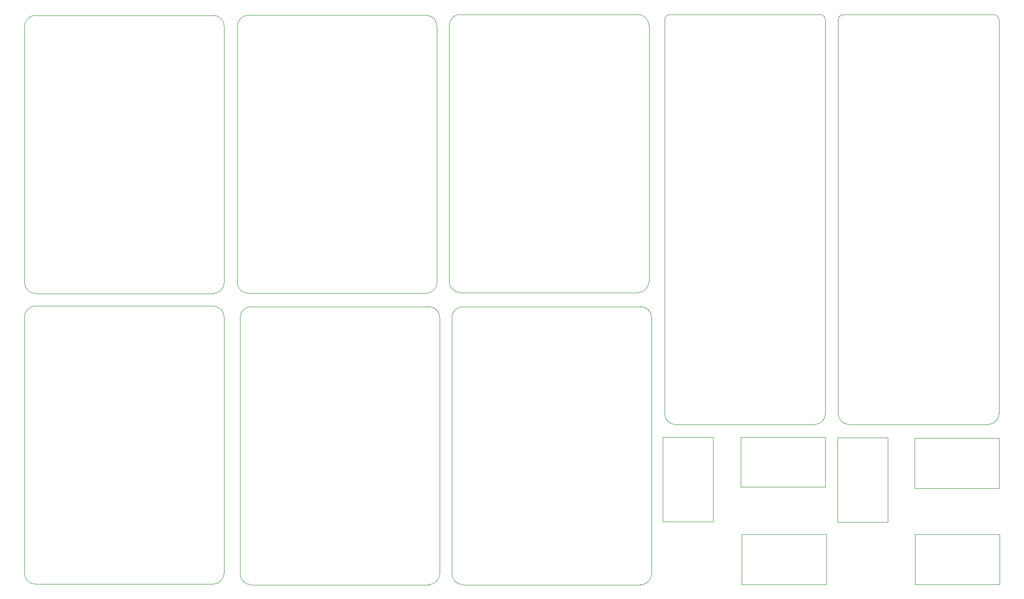
<source format=gbr>
%TF.GenerationSoftware,KiCad,Pcbnew,8.0.5*%
%TF.CreationDate,2025-01-24T10:40:51+05:30*%
%TF.ProjectId,racer_panelizatio_version2_,72616365-725f-4706-916e-656c697a6174,rev?*%
%TF.SameCoordinates,Original*%
%TF.FileFunction,Other,User*%
%FSLAX46Y46*%
G04 Gerber Fmt 4.6, Leading zero omitted, Abs format (unit mm)*
G04 Created by KiCad (PCBNEW 8.0.5) date 2025-01-24 10:40:51*
%MOMM*%
%LPD*%
G01*
G04 APERTURE LIST*
%ADD10C,0.100000*%
%ADD11C,0.000254*%
%ADD12C,0.050000*%
G04 APERTURE END LIST*
D10*
X176100000Y-112274000D02*
G75*
G02*
X174100000Y-110274000I0J2000000D01*
G01*
D11*
X140486114Y-139192000D02*
X140486114Y-92990000D01*
D10*
X176100000Y-112274000D02*
X201100000Y-112274000D01*
D12*
X203196800Y-132058600D02*
X187956800Y-132058600D01*
X174023600Y-129847500D02*
X181796000Y-129847500D01*
D11*
X27424000Y-92884599D02*
G75*
G02*
X29423999Y-90884600I2000000J-1D01*
G01*
X29423998Y-141086600D02*
G75*
G02*
X27424000Y-139086602I2J2000000D01*
G01*
X61424000Y-90884600D02*
G75*
G02*
X63424000Y-92884600I0J-2000000D01*
G01*
D10*
X144822500Y-112274000D02*
X169822500Y-112274000D01*
D11*
X66295314Y-92989999D02*
G75*
G02*
X68295313Y-90990014I1999986J-1D01*
G01*
X29454598Y-88610600D02*
G75*
G02*
X27454600Y-86610602I2J2000000D01*
G01*
X101805400Y-86598600D02*
X101805400Y-40396600D01*
X105996198Y-88447000D02*
X137996200Y-88447000D01*
D10*
X144822500Y-112274000D02*
G75*
G02*
X142822500Y-110274000I0J2000000D01*
G01*
D12*
X156556500Y-114523600D02*
X156556500Y-122296000D01*
D11*
X63454600Y-86610600D02*
G75*
G02*
X61454600Y-88610600I-2000000J0D01*
G01*
D12*
X187956800Y-139831000D02*
X187956800Y-141101000D01*
X203096800Y-114758600D02*
X187856800Y-114758600D01*
D11*
X29454598Y-88610600D02*
X61454600Y-88610600D01*
D10*
X171822500Y-110274000D02*
X171822500Y-39274000D01*
D11*
X137996200Y-38245000D02*
G75*
G02*
X139996200Y-40245000I0J-2000000D01*
G01*
X99805400Y-38396600D02*
X67805399Y-38396600D01*
X102295314Y-139192000D02*
X102295314Y-92990000D01*
D12*
X156685800Y-141101000D02*
X171925800Y-141101000D01*
D10*
X174100000Y-39274000D02*
X174100000Y-110274000D01*
D12*
X171796500Y-114523600D02*
X156556500Y-114523600D01*
D10*
X171822500Y-110274000D02*
G75*
G02*
X169822500Y-112274000I-2000000J0D01*
G01*
D12*
X187856800Y-123801000D02*
X203096800Y-123801000D01*
X156556500Y-123566000D02*
X171796500Y-123566000D01*
D11*
X140486114Y-139192000D02*
G75*
G02*
X138486114Y-141192014I-2000014J0D01*
G01*
D10*
X142822500Y-39274000D02*
X142822500Y-110274000D01*
D12*
X151539800Y-114574000D02*
X142497400Y-114574000D01*
D10*
X170822500Y-38274000D02*
G75*
G02*
X171822500Y-39274000I0J-1000000D01*
G01*
D11*
X27424000Y-92884599D02*
X27424000Y-139086602D01*
D12*
X187956800Y-132058600D02*
X187956800Y-139831000D01*
D11*
X138486114Y-90990000D02*
G75*
G02*
X140486100Y-92990000I-14J-2000000D01*
G01*
X27454600Y-40408599D02*
G75*
G02*
X29454599Y-38408600I2000000J-1D01*
G01*
X61454600Y-38408600D02*
G75*
G02*
X63454600Y-40408600I0J-2000000D01*
G01*
D12*
X203096800Y-123801000D02*
X203096800Y-114758600D01*
D11*
X138486114Y-90990000D02*
X106486113Y-90990000D01*
D12*
X150269800Y-129814000D02*
X151539800Y-129814000D01*
D11*
X103996200Y-40244999D02*
G75*
G02*
X105996199Y-38245000I2000000J-1D01*
G01*
D12*
X156685800Y-139831000D02*
X156685800Y-141101000D01*
X142497400Y-129814000D02*
X150269800Y-129814000D01*
D11*
X67805398Y-88598600D02*
X99805400Y-88598600D01*
X67805398Y-88598600D02*
G75*
G02*
X65805400Y-86598602I2J2000000D01*
G01*
X106486112Y-141192000D02*
X138486114Y-141192000D01*
D12*
X156556500Y-122296000D02*
X156556500Y-123566000D01*
D11*
X137996200Y-38245000D02*
X105996199Y-38245000D01*
X102295314Y-139192000D02*
G75*
G02*
X100295314Y-141192014I-2000014J0D01*
G01*
D10*
X202100000Y-38274000D02*
G75*
G02*
X203100000Y-39274000I0J-1000000D01*
G01*
D12*
X203196800Y-141101000D02*
X203196800Y-132058600D01*
D11*
X100295314Y-90990000D02*
G75*
G02*
X102295300Y-92990000I-14J-2000000D01*
G01*
X63454600Y-86610600D02*
X63454600Y-40408600D01*
X63424000Y-139086600D02*
X63424000Y-92884600D01*
X63424000Y-139086600D02*
G75*
G02*
X61424000Y-141086600I-2000000J0D01*
G01*
D10*
X170822500Y-38274000D02*
X143822500Y-38274000D01*
D11*
X139996200Y-86447000D02*
G75*
G02*
X137996200Y-88447000I-2000000J0D01*
G01*
X103996200Y-40244999D02*
X103996200Y-86447002D01*
D12*
X174023600Y-114607500D02*
X174023600Y-129847500D01*
D11*
X65805400Y-40396599D02*
X65805400Y-86598602D01*
X68295312Y-141192000D02*
G75*
G02*
X66295300Y-139192002I-12J2000000D01*
G01*
D12*
X187856800Y-122531000D02*
X187856800Y-123801000D01*
X156685800Y-132058600D02*
X156685800Y-139831000D01*
D11*
X27454600Y-40408599D02*
X27454600Y-86610602D01*
X66295314Y-92989999D02*
X66295314Y-139192002D01*
X104486114Y-92989999D02*
G75*
G02*
X106486113Y-90990014I1999986J-1D01*
G01*
D12*
X142497400Y-114574000D02*
X142497400Y-129814000D01*
X171925800Y-141101000D02*
X171925800Y-132058600D01*
X183066000Y-129847500D02*
X183066000Y-114607500D01*
D11*
X61454600Y-38408600D02*
X29454599Y-38408600D01*
X99805400Y-38396600D02*
G75*
G02*
X101805400Y-40396600I0J-2000000D01*
G01*
D12*
X187956800Y-141101000D02*
X203196800Y-141101000D01*
D11*
X61424000Y-90884600D02*
X29423999Y-90884600D01*
D12*
X151539800Y-129814000D02*
X151539800Y-114574000D01*
X181796000Y-129847500D02*
X183066000Y-129847500D01*
D11*
X65805400Y-40396599D02*
G75*
G02*
X67805399Y-38396600I2000000J-1D01*
G01*
D12*
X183066000Y-114607500D02*
X174023600Y-114607500D01*
D10*
X174100000Y-39274000D02*
G75*
G02*
X175100000Y-38274000I1000000J0D01*
G01*
X202100000Y-38274000D02*
X175100000Y-38274000D01*
D11*
X139996200Y-86447000D02*
X139996200Y-40245000D01*
X105996198Y-88447000D02*
G75*
G02*
X103996200Y-86447002I2J2000000D01*
G01*
X100295314Y-90990000D02*
X68295313Y-90990000D01*
X101805400Y-86598600D02*
G75*
G02*
X99805400Y-88598600I-2000000J0D01*
G01*
D10*
X203100000Y-110274000D02*
G75*
G02*
X201100000Y-112274000I-2000000J0D01*
G01*
D12*
X171796500Y-123566000D02*
X171796500Y-114523600D01*
D11*
X29423998Y-141086600D02*
X61424000Y-141086600D01*
D12*
X187856800Y-114758600D02*
X187856800Y-122531000D01*
D11*
X106486112Y-141192000D02*
G75*
G02*
X104486100Y-139192002I-12J2000000D01*
G01*
D10*
X203100000Y-110274000D02*
X203100000Y-39274000D01*
D11*
X104486114Y-92989999D02*
X104486114Y-139192002D01*
D12*
X171925800Y-132058600D02*
X156685800Y-132058600D01*
D10*
X142822500Y-39274000D02*
G75*
G02*
X143822500Y-38274000I1000000J0D01*
G01*
D11*
X68295312Y-141192000D02*
X100295314Y-141192000D01*
M02*

</source>
